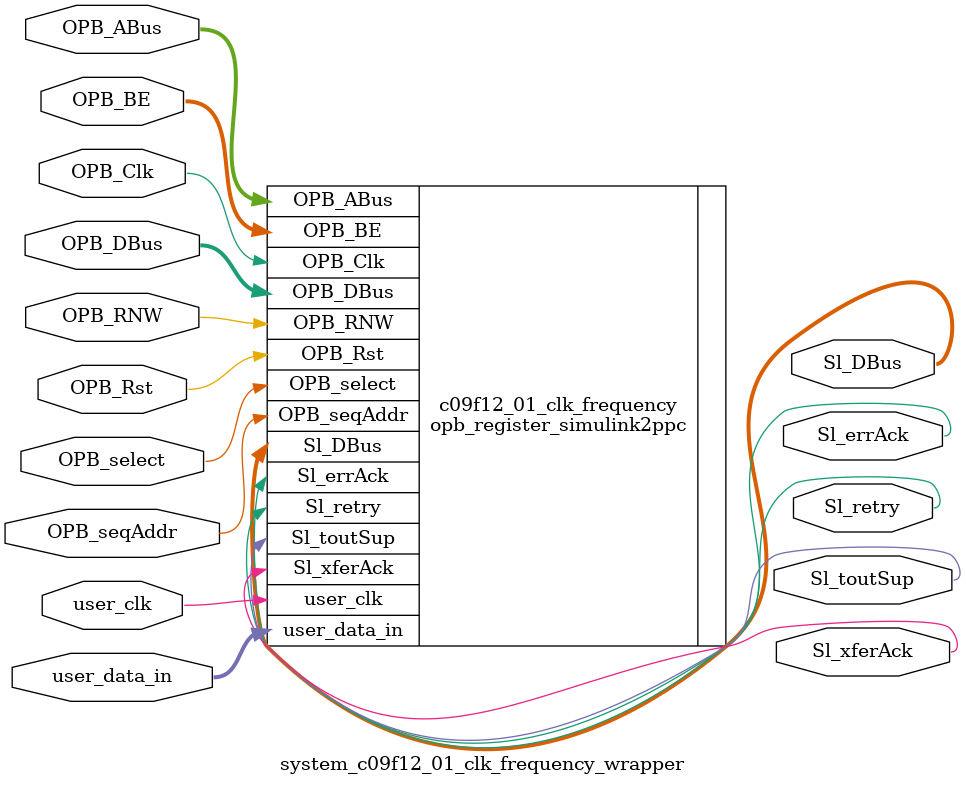
<source format=v>

module system_c09f12_01_clk_frequency_wrapper
  (
    OPB_Clk,
    OPB_Rst,
    Sl_DBus,
    Sl_errAck,
    Sl_retry,
    Sl_toutSup,
    Sl_xferAck,
    OPB_ABus,
    OPB_BE,
    OPB_DBus,
    OPB_RNW,
    OPB_select,
    OPB_seqAddr,
    user_data_in,
    user_clk
  );
  input OPB_Clk;
  input OPB_Rst;
  output [0:31] Sl_DBus;
  output Sl_errAck;
  output Sl_retry;
  output Sl_toutSup;
  output Sl_xferAck;
  input [0:31] OPB_ABus;
  input [0:3] OPB_BE;
  input [0:31] OPB_DBus;
  input OPB_RNW;
  input OPB_select;
  input OPB_seqAddr;
  input [31:0] user_data_in;
  input user_clk;

  opb_register_simulink2ppc
    #(
      .C_BASEADDR ( 32'h01004800 ),
      .C_HIGHADDR ( 32'h010048FF ),
      .C_OPB_AWIDTH ( 32 ),
      .C_OPB_DWIDTH ( 32 ),
      .C_FAMILY ( "virtex5" )
    )
    c09f12_01_clk_frequency (
      .OPB_Clk ( OPB_Clk ),
      .OPB_Rst ( OPB_Rst ),
      .Sl_DBus ( Sl_DBus ),
      .Sl_errAck ( Sl_errAck ),
      .Sl_retry ( Sl_retry ),
      .Sl_toutSup ( Sl_toutSup ),
      .Sl_xferAck ( Sl_xferAck ),
      .OPB_ABus ( OPB_ABus ),
      .OPB_BE ( OPB_BE ),
      .OPB_DBus ( OPB_DBus ),
      .OPB_RNW ( OPB_RNW ),
      .OPB_select ( OPB_select ),
      .OPB_seqAddr ( OPB_seqAddr ),
      .user_data_in ( user_data_in ),
      .user_clk ( user_clk )
    );

endmodule


</source>
